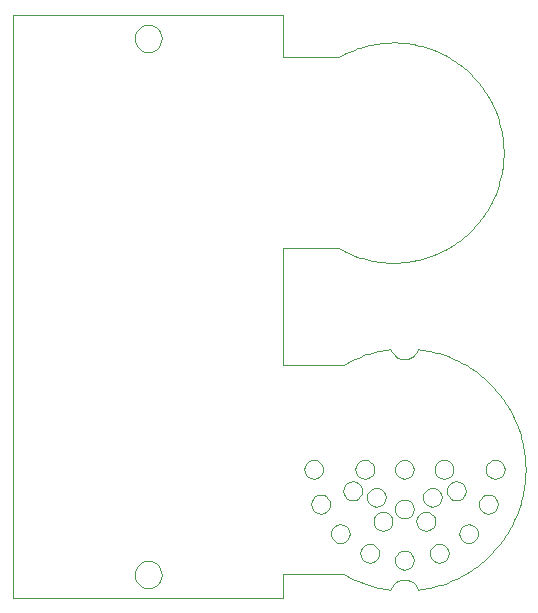
<source format=gm1>
G04*
G04 #@! TF.GenerationSoftware,Altium Limited,Altium Designer,20.0.13 (296)*
G04*
G04 Layer_Color=16711935*
%FSLAX25Y25*%
%MOIN*%
G70*
G01*
G75*
%ADD155C,0.00050*%
%ADD156C,0.00050*%
D155*
X645872Y477579D02*
X644853Y477447D01*
X643837Y477289D01*
X642826Y477105D01*
X641820Y476896D01*
X640819Y476661D01*
X639825Y476401D01*
X638837Y476115D01*
X637858Y475804D01*
X636886Y475469D01*
X635923Y475108D01*
X634970Y474724D01*
X634027Y474315D01*
X633095Y473882D01*
X632174Y473426D01*
X631265Y472947D01*
X630368Y472444D01*
X655218Y397413D02*
X656214Y397542D01*
X657205Y397695D01*
X658193Y397873D01*
X659176Y398076D01*
X660153Y398302D01*
X661125Y398553D01*
X662090Y398829D01*
X663048Y399128D01*
X663998Y399450D01*
X664940Y399797D01*
X665873Y400166D01*
X666796Y400559D01*
X667710Y400974D01*
X668612Y401412D01*
X669504Y401873D01*
X670384Y402355D01*
X671252Y402859D01*
X672107Y403385D01*
X672948Y403932D01*
X673776Y404499D01*
X674589Y405087D01*
X675387Y405695D01*
X676170Y406322D01*
X676938Y406969D01*
X677689Y407635D01*
X678423Y408319D01*
X679140Y409021D01*
X679839Y409741D01*
X680520Y410478D01*
X681182Y411232D01*
X681826Y412001D01*
X682450Y412787D01*
X683055Y413588D01*
X683639Y414404D01*
X684203Y415234D01*
X684746Y416078D01*
X685268Y416935D01*
X685769Y417804D01*
X686248Y418686D01*
X686704Y419580D01*
X687139Y420484D01*
X687550Y421400D01*
X687939Y422325D01*
X688305Y423259D01*
X688647Y424202D01*
X688966Y425154D01*
X689261Y426113D01*
X689532Y427079D01*
X689779Y428052D01*
X690002Y429030D01*
X690200Y430014D01*
X690374Y431002D01*
X690523Y431995D01*
X690647Y432991D01*
X690747Y433989D01*
X690822Y434990D01*
X690872Y435992D01*
X690897Y436995D01*
X690897Y437999D01*
X690872Y439002D01*
X690822Y440004D01*
X690747Y441005D01*
X690647Y442003D01*
X690523Y442999D01*
X690374Y443991D01*
X690200Y444980D01*
X690001Y445963D01*
X689779Y446942D01*
X689532Y447914D01*
X689261Y448881D01*
X688966Y449840D01*
X688647Y450791D01*
X688304Y451734D01*
X687939Y452669D01*
X687550Y453594D01*
X687138Y454509D01*
X686704Y455414D01*
X686247Y456307D01*
X685768Y457189D01*
X685268Y458059D01*
X684746Y458916D01*
X684202Y459760D01*
X683639Y460590D01*
X683054Y461406D01*
X682450Y462207D01*
X681825Y462992D01*
X681182Y463762D01*
X680519Y464516D01*
X679838Y465253D01*
X679139Y465972D01*
X678422Y466675D01*
X677688Y467359D01*
X676937Y468024D01*
X676170Y468671D01*
X675386Y469299D01*
X674588Y469907D01*
X673775Y470494D01*
X672947Y471062D01*
X672106Y471608D01*
X671251Y472134D01*
X670383Y472638D01*
X669503Y473120D01*
X668611Y473581D01*
X667709Y474019D01*
X666795Y474434D01*
X665872Y474827D01*
X664939Y475197D01*
X663997Y475543D01*
X663047Y475865D01*
X662089Y476164D01*
X661124Y476440D01*
X660152Y476690D01*
X659175Y476917D01*
X658192Y477120D01*
X657204Y477297D01*
X656212Y477451D01*
X655218Y477579D01*
Y397413D02*
X654797Y398348D01*
X654192Y399175D01*
X653428Y399859D01*
X652540Y400369D01*
X651565Y400685D01*
X650545Y400792D01*
X649526Y400685D01*
X648551Y400369D01*
X647662Y399859D01*
X646899Y399175D01*
X646293Y398348D01*
X645872Y397413D01*
X630368Y402548D02*
X631265Y402046D01*
X632174Y401566D01*
X633095Y401110D01*
X634027Y400677D01*
X634970Y400269D01*
X635923Y399884D01*
X636886Y399524D01*
X637858Y399188D01*
X638837Y398878D01*
X639825Y398592D01*
X640819Y398332D01*
X641820Y398097D01*
X642826Y397887D01*
X643837Y397703D01*
X644853Y397546D01*
X645872Y397413D01*
X645872Y477579D02*
X646293Y476645D01*
X646899Y475818D01*
X647662Y475134D01*
X648551Y474623D01*
X649526Y474308D01*
X650545Y474201D01*
X651565Y474308D01*
X652540Y474623D01*
X653428Y475134D01*
X654192Y475818D01*
X654797Y476645D01*
X655218Y477579D01*
X628504Y511312D02*
X629375Y510825D01*
X630259Y510361D01*
X631156Y509922D01*
X632064Y509507D01*
X632984Y509117D01*
X633913Y508752D01*
X634852Y508413D01*
X635800Y508099D01*
X636756Y507811D01*
X637720Y507549D01*
X638691Y507314D01*
X639667Y507105D01*
X640649Y506923D01*
X641635Y506767D01*
X642625Y506639D01*
X643619Y506537D01*
X644614Y506462D01*
X645612Y506415D01*
X646610Y506394D01*
X647609Y506401D01*
X648607Y506435D01*
X649603Y506496D01*
X650598Y506584D01*
X651590Y506700D01*
X652578Y506842D01*
X653562Y507011D01*
X654542Y507206D01*
X655515Y507428D01*
X656482Y507677D01*
X657442Y507952D01*
X658394Y508253D01*
X659338Y508579D01*
X660272Y508931D01*
X661197Y509309D01*
X662111Y509711D01*
X663013Y510138D01*
X663904Y510590D01*
X664782Y511065D01*
X665647Y511565D01*
X666498Y512087D01*
X667334Y512633D01*
X668155Y513201D01*
X668961Y513791D01*
X669750Y514403D01*
X670522Y515036D01*
X671277Y515690D01*
X672013Y516364D01*
X672731Y517058D01*
X673430Y517772D01*
X674109Y518504D01*
X674768Y519254D01*
X675407Y520022D01*
X676024Y520807D01*
X676619Y521608D01*
X677193Y522425D01*
X677744Y523258D01*
X678273Y524105D01*
X678778Y524966D01*
X679259Y525841D01*
X679717Y526729D01*
X680150Y527628D01*
X680559Y528540D01*
X680943Y529461D01*
X681301Y530393D01*
X681634Y531335D01*
X681941Y532285D01*
X682223Y533243D01*
X682478Y534208D01*
X682707Y535180D01*
X682909Y536158D01*
X683085Y537141D01*
X683233Y538129D01*
X683355Y539120D01*
X683450Y540114D01*
X683518Y541110D01*
X683559Y542108D01*
X683572Y543106D01*
X683559Y544105D01*
X683518Y545102D01*
X683450Y546099D01*
X683355Y547093D01*
X683233Y548084D01*
X683085Y549071D01*
X682909Y550054D01*
X682707Y551032D01*
X682478Y552004D01*
X682223Y552969D01*
X681941Y553927D01*
X681634Y554878D01*
X681301Y555819D01*
X680943Y556751D01*
X680559Y557673D01*
X680150Y558584D01*
X679717Y559483D01*
X679259Y560371D01*
X678778Y561246D01*
X678273Y562107D01*
X677744Y562955D01*
X677193Y563787D01*
X676619Y564604D01*
X676024Y565406D01*
X675407Y566191D01*
X674768Y566959D01*
X674109Y567709D01*
X673430Y568441D01*
X672731Y569154D01*
X672013Y569848D01*
X671277Y570522D01*
X670522Y571176D01*
X669750Y571809D01*
X668961Y572421D01*
X668155Y573011D01*
X667334Y573579D01*
X666498Y574125D01*
X665647Y574648D01*
X664782Y575147D01*
X663904Y575623D01*
X663013Y576074D01*
X662111Y576501D01*
X661197Y576903D01*
X660273Y577281D01*
X659338Y577633D01*
X658394Y577960D01*
X657442Y578261D01*
X656482Y578535D01*
X655515Y578784D01*
X654542Y579006D01*
X653562Y579202D01*
X652578Y579371D01*
X651590Y579513D01*
X650598Y579628D01*
X649603Y579716D01*
X648607Y579777D01*
X647609Y579811D01*
X646610Y579818D01*
X645612Y579798D01*
X644614Y579750D01*
X643619Y579675D01*
X642625Y579574D01*
X641635Y579445D01*
X640649Y579289D01*
X639667Y579107D01*
X638691Y578898D01*
X637720Y578663D01*
X636757Y578401D01*
X635800Y578113D01*
X634852Y577800D01*
X633913Y577460D01*
X632984Y577095D01*
X632064Y576706D01*
X631156Y576291D01*
X630259Y575851D01*
X629375Y575388D01*
X628504Y574900D01*
X569644Y581189D02*
X569530Y582196D01*
X569195Y583153D01*
X568656Y584012D01*
X567939Y584729D01*
X567081Y585268D01*
X566124Y585603D01*
X565116Y585716D01*
X564109Y585603D01*
X563152Y585268D01*
X562293Y584729D01*
X561576Y584012D01*
X561037Y583153D01*
X560702Y582196D01*
X560589Y581189D01*
X560702Y580181D01*
X561037Y579224D01*
X561576Y578366D01*
X562293Y577649D01*
X563152Y577110D01*
X564109Y576775D01*
X565116Y576661D01*
X566124Y576775D01*
X567081Y577110D01*
X567939Y577649D01*
X568656Y578366D01*
X569195Y579224D01*
X569530Y580181D01*
X569644Y581189D01*
Y402399D02*
X569530Y403406D01*
X569195Y404363D01*
X568656Y405222D01*
X567939Y405939D01*
X567081Y406478D01*
X566124Y406813D01*
X565116Y406927D01*
X564109Y406813D01*
X563152Y406478D01*
X562293Y405939D01*
X561576Y405222D01*
X561037Y404363D01*
X560702Y403406D01*
X560589Y402399D01*
X560702Y401392D01*
X561037Y400435D01*
X561576Y399576D01*
X562293Y398859D01*
X563152Y398320D01*
X564109Y397985D01*
X565116Y397871D01*
X566124Y397985D01*
X567081Y398320D01*
X567939Y398859D01*
X568656Y399576D01*
X569195Y400435D01*
X569530Y401392D01*
X569644Y402399D01*
X609917Y472444D02*
X630368D01*
X609908Y402548D02*
X630368D01*
X609917Y511312D02*
X628504D01*
X609923Y574900D02*
X628504D01*
X609923D02*
Y589063D01*
X609917Y472444D02*
Y511312D01*
X609908Y394525D02*
Y402548D01*
X520025Y589063D02*
X609908D01*
X520025Y394525D02*
Y589063D01*
Y394525D02*
X609908D01*
X646538Y420215D02*
X646384Y421188D01*
X645936Y422066D01*
X645239Y422763D01*
X644361Y423210D01*
X643388Y423364D01*
X642415Y423210D01*
X641537Y422763D01*
X640840Y422066D01*
X640393Y421188D01*
X640239Y420215D01*
X640393Y419242D01*
X640840Y418364D01*
X641537Y417667D01*
X642415Y417219D01*
X643388Y417065D01*
X644361Y417219D01*
X645239Y417667D01*
X645936Y418364D01*
X646384Y419242D01*
X646538Y420215D01*
X653694Y437492D02*
X653540Y438465D01*
X653093Y439343D01*
X652396Y440040D01*
X651518Y440488D01*
X650545Y440642D01*
X649571Y440488D01*
X648693Y440040D01*
X647997Y439343D01*
X647549Y438465D01*
X647395Y437492D01*
X647549Y436519D01*
X647997Y435641D01*
X648693Y434944D01*
X649571Y434497D01*
X650545Y434342D01*
X651518Y434497D01*
X652396Y434944D01*
X653093Y435641D01*
X653540Y436519D01*
X653694Y437492D01*
X670971Y430336D02*
X670817Y431309D01*
X670370Y432187D01*
X669673Y432884D01*
X668795Y433331D01*
X667822Y433485D01*
X666849Y433331D01*
X665971Y432884D01*
X665274Y432187D01*
X664826Y431309D01*
X664672Y430336D01*
X664826Y429362D01*
X665274Y428484D01*
X665971Y427787D01*
X666849Y427340D01*
X667822Y427186D01*
X668795Y427340D01*
X669673Y427787D01*
X670370Y428484D01*
X670817Y429362D01*
X670971Y430336D01*
X675061Y416126D02*
X674906Y417099D01*
X674459Y417977D01*
X673762Y418674D01*
X672884Y419121D01*
X671911Y419275D01*
X670938Y419121D01*
X670060Y418674D01*
X669363Y417977D01*
X668915Y417099D01*
X668761Y416126D01*
X668915Y415153D01*
X669363Y414275D01*
X670060Y413578D01*
X670938Y413130D01*
X671911Y412976D01*
X672884Y413130D01*
X673762Y413578D01*
X674459Y414275D01*
X674906Y415153D01*
X675061Y416126D01*
X632328D02*
X632174Y417099D01*
X631726Y417977D01*
X631030Y418674D01*
X630152Y419121D01*
X629178Y419275D01*
X628205Y419121D01*
X627327Y418674D01*
X626630Y417977D01*
X626183Y417099D01*
X626029Y416126D01*
X626183Y415153D01*
X626630Y414275D01*
X627327Y413578D01*
X628205Y413130D01*
X629178Y412976D01*
X630152Y413130D01*
X631030Y413578D01*
X631726Y414275D01*
X632174Y415153D01*
X632328Y416126D01*
X625778Y425929D02*
X625624Y426902D01*
X625176Y427780D01*
X624479Y428477D01*
X623601Y428924D01*
X622628Y429078D01*
X621655Y428924D01*
X620777Y428477D01*
X620080Y427780D01*
X619633Y426902D01*
X619479Y425929D01*
X619633Y424956D01*
X620080Y424078D01*
X620777Y423381D01*
X621655Y422933D01*
X622628Y422779D01*
X623601Y422933D01*
X624479Y423381D01*
X625176Y424078D01*
X625624Y424956D01*
X625778Y425929D01*
X665258Y409576D02*
X665103Y410549D01*
X664656Y411427D01*
X663959Y412124D01*
X663081Y412571D01*
X662108Y412725D01*
X661135Y412571D01*
X660257Y412124D01*
X659560Y411427D01*
X659113Y410549D01*
X658958Y409576D01*
X659113Y408602D01*
X659560Y407724D01*
X660257Y407028D01*
X661135Y406580D01*
X662108Y406426D01*
X663081Y406580D01*
X663959Y407028D01*
X664656Y407724D01*
X665103Y408602D01*
X665258Y409576D01*
X666883Y437492D02*
X666729Y438465D01*
X666282Y439343D01*
X665585Y440040D01*
X664707Y440488D01*
X663734Y440642D01*
X662760Y440488D01*
X661882Y440040D01*
X661186Y439343D01*
X660738Y438465D01*
X660584Y437492D01*
X660738Y436519D01*
X661186Y435641D01*
X661882Y434944D01*
X662760Y434497D01*
X663734Y434342D01*
X664707Y434497D01*
X665585Y434944D01*
X666282Y435641D01*
X666729Y436519D01*
X666883Y437492D01*
X653694Y424303D02*
X653540Y425276D01*
X653093Y426154D01*
X652396Y426851D01*
X651518Y427299D01*
X650545Y427453D01*
X649571Y427299D01*
X648693Y426851D01*
X647997Y426154D01*
X647549Y425276D01*
X647395Y424303D01*
X647549Y423330D01*
X647997Y422452D01*
X648693Y421755D01*
X649571Y421308D01*
X650545Y421153D01*
X651518Y421308D01*
X652396Y421755D01*
X653093Y422452D01*
X653540Y423330D01*
X653694Y424303D01*
X644368Y428166D02*
X644214Y429139D01*
X643767Y430017D01*
X643070Y430714D01*
X642192Y431162D01*
X641219Y431316D01*
X640245Y431162D01*
X639367Y430714D01*
X638670Y430017D01*
X638223Y429139D01*
X638069Y428166D01*
X638223Y427193D01*
X638670Y426315D01*
X639367Y425618D01*
X640245Y425171D01*
X641219Y425016D01*
X642192Y425171D01*
X643070Y425618D01*
X643767Y426315D01*
X644214Y427193D01*
X644368Y428166D01*
X640505Y437492D02*
X640351Y438465D01*
X639904Y439343D01*
X639207Y440040D01*
X638329Y440488D01*
X637356Y440642D01*
X636382Y440488D01*
X635504Y440040D01*
X634807Y439343D01*
X634360Y438465D01*
X634206Y437492D01*
X634360Y436519D01*
X634807Y435641D01*
X635504Y434944D01*
X636382Y434497D01*
X637356Y434342D01*
X638329Y434497D01*
X639207Y434944D01*
X639904Y435641D01*
X640351Y436519D01*
X640505Y437492D01*
X663020Y428166D02*
X662866Y429139D01*
X662419Y430017D01*
X661722Y430714D01*
X660844Y431162D01*
X659871Y431316D01*
X658897Y431162D01*
X658019Y430714D01*
X657323Y430017D01*
X656875Y429139D01*
X656721Y428166D01*
X656875Y427193D01*
X657323Y426315D01*
X658019Y425618D01*
X658897Y425171D01*
X659871Y425016D01*
X660844Y425171D01*
X661722Y425618D01*
X662419Y426315D01*
X662866Y427193D01*
X663020Y428166D01*
X681611Y425929D02*
X681457Y426902D01*
X681009Y427780D01*
X680312Y428477D01*
X679434Y428924D01*
X678461Y429078D01*
X677488Y428924D01*
X676610Y428477D01*
X675913Y427780D01*
X675465Y426902D01*
X675311Y425929D01*
X675465Y424956D01*
X675913Y424078D01*
X676610Y423381D01*
X677488Y422933D01*
X678461Y422779D01*
X679434Y422933D01*
X680312Y423381D01*
X681009Y424078D01*
X681457Y424956D01*
X681611Y425929D01*
X642131Y409576D02*
X641977Y410549D01*
X641529Y411427D01*
X640833Y412124D01*
X639955Y412571D01*
X638981Y412725D01*
X638008Y412571D01*
X637130Y412124D01*
X636433Y411427D01*
X635986Y410549D01*
X635832Y409576D01*
X635986Y408602D01*
X636433Y407724D01*
X637130Y407028D01*
X638008Y406580D01*
X638981Y406426D01*
X639955Y406580D01*
X640833Y407028D01*
X641529Y407724D01*
X641977Y408602D01*
X642131Y409576D01*
X623478Y437492D02*
X623323Y438465D01*
X622876Y439343D01*
X622179Y440040D01*
X621301Y440488D01*
X620328Y440642D01*
X619355Y440488D01*
X618477Y440040D01*
X617780Y439343D01*
X617333Y438465D01*
X617178Y437492D01*
X617333Y436519D01*
X617780Y435641D01*
X618477Y434944D01*
X619355Y434497D01*
X620328Y434342D01*
X621301Y434497D01*
X622179Y434944D01*
X622876Y435641D01*
X623323Y436519D01*
X623478Y437492D01*
X653694Y407276D02*
X653540Y408249D01*
X653093Y409127D01*
X652396Y409824D01*
X651518Y410271D01*
X650545Y410425D01*
X649571Y410271D01*
X648693Y409824D01*
X647997Y409127D01*
X647549Y408249D01*
X647395Y407276D01*
X647549Y406302D01*
X647997Y405424D01*
X648693Y404728D01*
X649571Y404280D01*
X650545Y404126D01*
X651518Y404280D01*
X652396Y404728D01*
X653093Y405424D01*
X653540Y406302D01*
X653694Y407276D01*
X683911Y437492D02*
X683757Y438465D01*
X683309Y439343D01*
X682612Y440040D01*
X681734Y440488D01*
X680761Y440642D01*
X679788Y440488D01*
X678910Y440040D01*
X678213Y439343D01*
X677766Y438465D01*
X677611Y437492D01*
X677766Y436519D01*
X678213Y435641D01*
X678910Y434944D01*
X679788Y434497D01*
X680761Y434342D01*
X681734Y434497D01*
X682612Y434944D01*
X683309Y435641D01*
X683757Y436519D01*
X683911Y437492D01*
X660851Y420215D02*
X660697Y421188D01*
X660249Y422066D01*
X659552Y422763D01*
X658674Y423210D01*
X657701Y423364D01*
X656728Y423210D01*
X655850Y422763D01*
X655153Y422066D01*
X654706Y421188D01*
X654551Y420215D01*
X654706Y419242D01*
X655153Y418364D01*
X655850Y417667D01*
X656728Y417219D01*
X657701Y417065D01*
X658674Y417219D01*
X659552Y417667D01*
X660249Y418364D01*
X660697Y419242D01*
X660851Y420215D01*
X636417Y430336D02*
X636263Y431309D01*
X635815Y432187D01*
X635119Y432884D01*
X634241Y433331D01*
X633267Y433485D01*
X632294Y433331D01*
X631416Y432884D01*
X630719Y432187D01*
X630272Y431309D01*
X630118Y430336D01*
X630272Y429362D01*
X630719Y428484D01*
X631416Y427787D01*
X632294Y427340D01*
X633267Y427186D01*
X634241Y427340D01*
X635119Y427787D01*
X635815Y428484D01*
X636263Y429362D01*
X636417Y430336D01*
X655218Y397409D02*
X654797Y398344D01*
X654191Y399171D01*
X653428Y399854D01*
X652539Y400365D01*
X651564Y400681D01*
X650545Y400787D01*
X649525Y400681D01*
X648550Y400365D01*
X647661Y399854D01*
X646898Y399171D01*
X646292Y398344D01*
X645871Y397409D01*
Y477575D02*
X646292Y476641D01*
X646898Y475813D01*
X647661Y475130D01*
X648550Y474619D01*
X649525Y474304D01*
X650545Y474197D01*
X651564Y474304D01*
X652539Y474619D01*
X653428Y475130D01*
X654191Y475813D01*
X654797Y476641D01*
X655218Y477575D01*
D156*
X650564Y437492D02*
D03*
M02*

</source>
